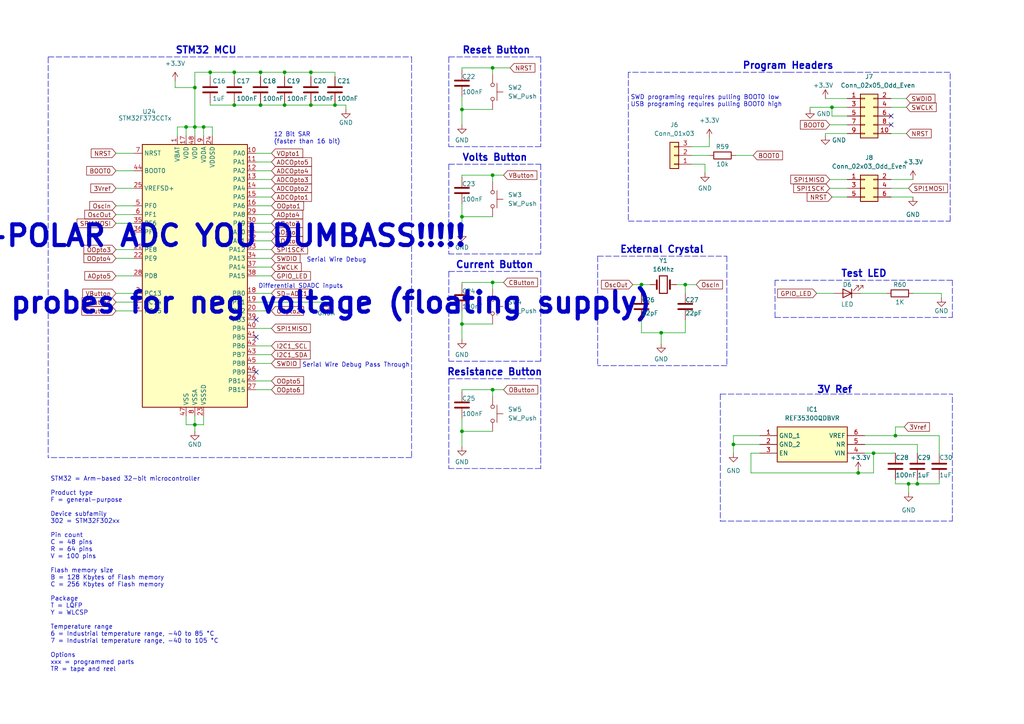
<source format=kicad_sch>
(kicad_sch (version 20230121) (generator eeschema)
  (paper "A4")
  (junction (at 241.3 31.115))
  (junction (at 212.725 128.905))
  (junction (at 90.17 20.955))
  (junction (at 142.875 50.8))
  (junction (at 253.365 131.445))
  (junction (at 90.17 30.48))
  (junction (at 56.515 123.19))
  (junction (at 142.875 19.685))
  (junction (at 75.565 30.48))
  (junction (at 198.755 82.55))
  (junction (at 75.565 20.955))
  (junction (at 133.985 93.98))
  (junction (at 59.055 36.83))
  (junction (at 142.875 113.03))
  (junction (at 259.715 126.365))
  (junction (at 53.975 36.83))
  (junction (at 67.945 20.955))
  (junction (at 60.96 20.955))
  (junction (at 82.55 20.955))
  (junction (at 133.985 62.865))
  (junction (at 67.945 30.48))
  (junction (at 133.985 125.095))
  (junction (at 142.875 81.915))
  (junction (at 266.065 140.335))
  (junction (at 263.525 140.335))
  (junction (at 191.77 96.52))
  (junction (at 186.055 82.55))
  (junction (at 97.155 30.48))
  (junction (at 248.92 137.16))
  (junction (at 133.985 31.75))
  (junction (at 56.515 25.4))
  (junction (at 56.515 36.83))
  (junction (at 82.55 30.48))
  (no_connect (at 74.295 92.71))
  (no_connect (at 258.445 33.655))
  (no_connect (at 74.295 97.79))
  (no_connect (at 74.295 107.95))
  (no_connect (at 38.735 67.31))
  (no_connect (at 258.445 36.195))
  (wire (pts (xy 133.985 93.98) (xy 133.985 98.425)))
  (wire (pts (xy 266.065 139.065) (xy 266.065 140.335)))
  (wire (pts (xy 33.655 85.09) (xy 38.735 85.09)))
  (wire (pts (xy 262.89 38.735) (xy 258.445 38.735)))
  (wire (pts (xy 142.875 19.685) (xy 142.875 21.59)))
  (polyline (pts (xy 208.915 114.3) (xy 276.225 114.3)) (stroke (width 0) (type dash)))
  (wire (pts (xy 133.985 113.03) (xy 142.875 113.03)))
  (wire (pts (xy 33.655 62.23) (xy 38.735 62.23)))
  (wire (pts (xy 142.875 81.915) (xy 146.05 81.915)))
  (polyline (pts (xy 224.79 92.075) (xy 276.225 92.075)) (stroke (width 0) (type dash)))
  (wire (pts (xy 241.3 33.655) (xy 241.3 31.115)))
  (wire (pts (xy 264.795 85.09) (xy 273.05 85.09)))
  (polyline (pts (xy 208.915 114.3) (xy 208.915 151.13)) (stroke (width 0) (type dash)))
  (wire (pts (xy 74.295 100.33) (xy 78.74 100.33)))
  (wire (pts (xy 74.295 74.93) (xy 78.74 74.93)))
  (polyline (pts (xy 182.245 20.955) (xy 182.245 64.135)) (stroke (width 0) (type dash)))
  (wire (pts (xy 50.8 25.4) (xy 56.515 25.4)))
  (wire (pts (xy 266.065 131.445) (xy 266.065 128.905)))
  (wire (pts (xy 74.295 64.77) (xy 78.74 64.77)))
  (polyline (pts (xy 130.175 16.51) (xy 156.845 16.51)) (stroke (width 0) (type dash)))
  (wire (pts (xy 67.945 30.48) (xy 75.565 30.48)))
  (wire (pts (xy 217.805 137.16) (xy 248.92 137.16)))
  (wire (pts (xy 212.725 126.365) (xy 220.345 126.365)))
  (polyline (pts (xy 119.38 16.51) (xy 119.38 132.715)) (stroke (width 0) (type dash)))
  (wire (pts (xy 272.415 131.445) (xy 272.415 126.365)))
  (wire (pts (xy 217.805 131.445) (xy 217.805 137.16)))
  (wire (pts (xy 133.985 31.75) (xy 133.985 36.195)))
  (wire (pts (xy 133.985 50.8) (xy 133.985 51.435)))
  (wire (pts (xy 133.985 121.285) (xy 133.985 125.095)))
  (wire (pts (xy 56.515 25.4) (xy 56.515 36.83)))
  (wire (pts (xy 186.055 96.52) (xy 191.77 96.52)))
  (wire (pts (xy 248.92 136.525) (xy 248.92 137.16)))
  (wire (pts (xy 266.065 140.335) (xy 263.525 140.335)))
  (wire (pts (xy 258.445 57.15) (xy 264.795 57.15)))
  (wire (pts (xy 38.735 59.69) (xy 33.655 59.69)))
  (wire (pts (xy 74.295 85.09) (xy 78.74 85.09)))
  (wire (pts (xy 74.295 113.03) (xy 78.74 113.03)))
  (wire (pts (xy 75.565 20.955) (xy 75.565 22.225)))
  (wire (pts (xy 262.255 123.825) (xy 259.715 123.825)))
  (wire (pts (xy 97.155 30.48) (xy 100.33 30.48)))
  (wire (pts (xy 259.715 139.065) (xy 259.715 140.335)))
  (wire (pts (xy 240.665 52.07) (xy 245.745 52.07)))
  (wire (pts (xy 234.95 31.115) (xy 234.95 31.75)))
  (wire (pts (xy 59.055 39.37) (xy 59.055 36.83)))
  (wire (pts (xy 245.745 36.195) (xy 240.665 36.195)))
  (wire (pts (xy 142.875 50.8) (xy 142.875 52.705)))
  (wire (pts (xy 38.735 44.45) (xy 33.655 44.45)))
  (polyline (pts (xy 246.38 20.955) (xy 228.6 20.955)) (stroke (width 0) (type dash)))
  (polyline (pts (xy 275.59 64.135) (xy 275.59 20.955)) (stroke (width 0) (type dash)))
  (wire (pts (xy 82.55 20.955) (xy 82.55 22.225)))
  (wire (pts (xy 51.435 39.37) (xy 51.435 36.83)))
  (wire (pts (xy 133.985 81.915) (xy 133.985 82.55)))
  (wire (pts (xy 33.655 54.61) (xy 38.735 54.61)))
  (polyline (pts (xy 228.6 20.955) (xy 182.245 20.955)) (stroke (width 0) (type dash)))
  (wire (pts (xy 234.95 31.115) (xy 241.3 31.115)))
  (wire (pts (xy 212.725 128.905) (xy 220.345 128.905)))
  (wire (pts (xy 90.17 30.48) (xy 97.155 30.48)))
  (wire (pts (xy 133.985 27.94) (xy 133.985 31.75)))
  (wire (pts (xy 239.395 38.735) (xy 245.745 38.735)))
  (wire (pts (xy 53.975 120.65) (xy 53.975 123.19)))
  (polyline (pts (xy 208.915 151.13) (xy 276.225 151.13)) (stroke (width 0) (type dash)))
  (wire (pts (xy 133.985 125.095) (xy 142.875 125.095)))
  (wire (pts (xy 205.74 40.005) (xy 205.74 42.545)))
  (wire (pts (xy 82.55 30.48) (xy 90.17 30.48)))
  (polyline (pts (xy 13.97 68.58) (xy 13.97 16.51)) (stroke (width 0) (type dash)))
  (wire (pts (xy 90.17 29.845) (xy 90.17 30.48)))
  (wire (pts (xy 240.665 54.61) (xy 245.745 54.61)))
  (wire (pts (xy 133.985 113.03) (xy 133.985 113.665)))
  (wire (pts (xy 53.975 123.19) (xy 56.515 123.19)))
  (polyline (pts (xy 156.845 78.74) (xy 156.845 104.775)) (stroke (width 0) (type dash)))
  (wire (pts (xy 75.565 20.955) (xy 82.55 20.955)))
  (wire (pts (xy 90.17 20.955) (xy 90.17 22.225)))
  (polyline (pts (xy 173.355 74.295) (xy 210.82 74.295)) (stroke (width 0) (type dash)))
  (wire (pts (xy 186.055 82.55) (xy 188.595 82.55)))
  (wire (pts (xy 248.92 137.16) (xy 253.365 137.16)))
  (wire (pts (xy 133.985 50.8) (xy 142.875 50.8)))
  (wire (pts (xy 191.77 96.52) (xy 191.77 99.695)))
  (wire (pts (xy 258.445 31.115) (xy 262.89 31.115)))
  (wire (pts (xy 236.855 85.09) (xy 241.935 85.09)))
  (wire (pts (xy 198.755 82.55) (xy 201.93 82.55)))
  (wire (pts (xy 74.295 52.07) (xy 78.74 52.07)))
  (wire (pts (xy 59.055 120.65) (xy 59.055 123.19)))
  (wire (pts (xy 38.735 49.53) (xy 33.655 49.53)))
  (wire (pts (xy 250.825 131.445) (xy 253.365 131.445)))
  (polyline (pts (xy 156.845 135.89) (xy 130.175 135.89)) (stroke (width 0) (type dash)))
  (polyline (pts (xy 130.175 78.74) (xy 156.845 78.74)) (stroke (width 0) (type dash)))
  (wire (pts (xy 60.96 29.845) (xy 60.96 30.48)))
  (wire (pts (xy 263.525 140.335) (xy 259.715 140.335)))
  (wire (pts (xy 75.565 29.845) (xy 75.565 30.48)))
  (wire (pts (xy 97.155 29.845) (xy 97.155 30.48)))
  (wire (pts (xy 191.77 96.52) (xy 198.755 96.52)))
  (wire (pts (xy 67.945 20.955) (xy 75.565 20.955)))
  (wire (pts (xy 56.515 120.65) (xy 56.515 123.19)))
  (wire (pts (xy 82.55 20.955) (xy 90.17 20.955)))
  (wire (pts (xy 272.415 140.335) (xy 266.065 140.335)))
  (wire (pts (xy 74.295 62.23) (xy 78.74 62.23)))
  (wire (pts (xy 33.655 87.63) (xy 38.735 87.63)))
  (wire (pts (xy 53.975 36.83) (xy 53.975 39.37)))
  (wire (pts (xy 74.295 110.49) (xy 78.74 110.49)))
  (wire (pts (xy 272.415 139.065) (xy 272.415 140.335)))
  (wire (pts (xy 67.945 29.845) (xy 67.945 30.48)))
  (wire (pts (xy 74.295 105.41) (xy 78.74 105.41)))
  (wire (pts (xy 205.74 42.545) (xy 200.66 42.545)))
  (wire (pts (xy 60.96 22.225) (xy 60.96 20.955)))
  (wire (pts (xy 263.525 140.335) (xy 263.525 142.875)))
  (wire (pts (xy 241.3 57.15) (xy 245.745 57.15)))
  (polyline (pts (xy 228.6 64.135) (xy 275.59 64.135)) (stroke (width 0) (type dash)))
  (polyline (pts (xy 276.225 151.13) (xy 276.225 114.3)) (stroke (width 0) (type dash)))
  (wire (pts (xy 133.985 62.865) (xy 133.985 67.31)))
  (wire (pts (xy 200.66 45.085) (xy 205.74 45.085)))
  (wire (pts (xy 74.295 90.17) (xy 78.74 90.17)))
  (wire (pts (xy 259.715 123.825) (xy 259.715 126.365)))
  (wire (pts (xy 198.755 82.55) (xy 198.755 85.09)))
  (wire (pts (xy 74.295 95.25) (xy 78.74 95.25)))
  (polyline (pts (xy 156.845 73.66) (xy 130.175 73.66)) (stroke (width 0) (type dash)))
  (wire (pts (xy 33.655 72.39) (xy 38.735 72.39)))
  (wire (pts (xy 59.055 36.83) (xy 61.595 36.83)))
  (wire (pts (xy 74.295 69.85) (xy 78.74 69.85)))
  (wire (pts (xy 60.96 20.955) (xy 67.945 20.955)))
  (wire (pts (xy 133.985 59.055) (xy 133.985 62.865)))
  (polyline (pts (xy 156.845 47.625) (xy 156.845 73.66)) (stroke (width 0) (type dash)))
  (wire (pts (xy 204.47 50.165) (xy 204.47 47.625)))
  (polyline (pts (xy 130.175 47.625) (xy 156.845 47.625)) (stroke (width 0) (type dash)))
  (polyline (pts (xy 182.245 64.135) (xy 228.6 64.135)) (stroke (width 0) (type dash)))
  (wire (pts (xy 258.445 52.07) (xy 264.795 52.07)))
  (wire (pts (xy 33.655 90.17) (xy 38.735 90.17)))
  (polyline (pts (xy 156.845 104.775) (xy 130.175 104.775)) (stroke (width 0) (type dash)))
  (polyline (pts (xy 156.845 109.855) (xy 156.845 135.89)) (stroke (width 0) (type dash)))
  (wire (pts (xy 74.295 87.63) (xy 94.615 87.63)))
  (wire (pts (xy 59.055 123.19) (xy 56.515 123.19)))
  (wire (pts (xy 133.985 62.865) (xy 142.875 62.865)))
  (wire (pts (xy 74.295 102.87) (xy 78.74 102.87)))
  (wire (pts (xy 60.96 30.48) (xy 67.945 30.48)))
  (wire (pts (xy 204.47 47.625) (xy 200.66 47.625)))
  (wire (pts (xy 220.345 131.445) (xy 217.805 131.445)))
  (wire (pts (xy 67.945 20.955) (xy 67.945 22.225)))
  (wire (pts (xy 266.065 128.905) (xy 250.825 128.905)))
  (wire (pts (xy 196.215 82.55) (xy 198.755 82.55)))
  (wire (pts (xy 56.515 39.37) (xy 56.515 36.83)))
  (polyline (pts (xy 276.225 81.28) (xy 224.79 81.28)) (stroke (width 0) (type dash)))
  (wire (pts (xy 259.715 126.365) (xy 272.415 126.365)))
  (wire (pts (xy 74.295 46.99) (xy 78.74 46.99)))
  (wire (pts (xy 90.17 20.955) (xy 97.155 20.955)))
  (wire (pts (xy 253.365 131.445) (xy 253.365 137.16)))
  (wire (pts (xy 183.515 82.55) (xy 186.055 82.55)))
  (wire (pts (xy 74.295 67.31) (xy 78.74 67.31)))
  (wire (pts (xy 142.875 113.03) (xy 142.875 114.935)))
  (wire (pts (xy 198.755 96.52) (xy 198.755 92.71)))
  (polyline (pts (xy 13.97 16.51) (xy 119.38 16.51)) (stroke (width 0) (type dash)))
  (wire (pts (xy 56.515 20.955) (xy 56.515 25.4)))
  (wire (pts (xy 142.875 81.915) (xy 142.875 83.82)))
  (wire (pts (xy 133.985 93.98) (xy 142.875 93.98)))
  (wire (pts (xy 33.655 74.93) (xy 38.735 74.93)))
  (polyline (pts (xy 156.845 16.51) (xy 156.845 42.545)) (stroke (width 0) (type dash)))
  (wire (pts (xy 133.985 81.915) (xy 142.875 81.915)))
  (wire (pts (xy 239.395 38.735) (xy 239.395 39.37)))
  (wire (pts (xy 250.825 126.365) (xy 259.715 126.365)))
  (polyline (pts (xy 276.225 92.075) (xy 276.225 81.28)) (stroke (width 0) (type dash)))
  (wire (pts (xy 133.985 19.685) (xy 133.985 20.32)))
  (polyline (pts (xy 156.845 42.545) (xy 130.175 42.545)) (stroke (width 0) (type dash)))
  (wire (pts (xy 74.295 80.01) (xy 78.74 80.01)))
  (polyline (pts (xy 130.175 109.855) (xy 130.175 135.89)) (stroke (width 0) (type dash)))
  (wire (pts (xy 186.055 92.71) (xy 186.055 96.52)))
  (wire (pts (xy 258.445 28.575) (xy 262.89 28.575)))
  (wire (pts (xy 97.155 22.225) (xy 97.155 20.955)))
  (wire (pts (xy 74.295 44.45) (xy 78.74 44.45)))
  (wire (pts (xy 239.395 28.575) (xy 245.745 28.575)))
  (wire (pts (xy 61.595 39.37) (xy 61.595 36.83)))
  (wire (pts (xy 245.745 31.115) (xy 241.3 31.115)))
  (polyline (pts (xy 130.175 47.625) (xy 130.175 73.66)) (stroke (width 0) (type dash)))
  (polyline (pts (xy 210.82 106.045) (xy 173.355 106.045)) (stroke (width 0) (type dash)))
  (wire (pts (xy 212.725 128.905) (xy 212.725 131.445)))
  (wire (pts (xy 33.655 80.01) (xy 38.735 80.01)))
  (wire (pts (xy 133.985 19.685) (xy 142.875 19.685)))
  (wire (pts (xy 74.295 54.61) (xy 78.74 54.61)))
  (wire (pts (xy 212.725 126.365) (xy 212.725 128.905)))
  (wire (pts (xy 74.295 77.47) (xy 78.74 77.47)))
  (wire (pts (xy 133.985 31.75) (xy 142.875 31.75)))
  (polyline (pts (xy 119.38 132.715) (xy 13.97 132.715)) (stroke (width 0) (type dash)))
  (wire (pts (xy 245.745 33.655) (xy 241.3 33.655)))
  (wire (pts (xy 213.36 45.085) (xy 218.44 45.085)))
  (wire (pts (xy 60.96 20.955) (xy 56.515 20.955)))
  (wire (pts (xy 74.295 72.39) (xy 78.74 72.39)))
  (wire (pts (xy 33.655 64.77) (xy 38.735 64.77)))
  (polyline (pts (xy 130.175 109.855) (xy 156.845 109.855)) (stroke (width 0) (type dash)))
  (wire (pts (xy 100.33 30.48) (xy 100.33 31.75)))
  (wire (pts (xy 75.565 30.48) (xy 82.55 30.48)))
  (wire (pts (xy 258.445 54.61) (xy 263.525 54.61)))
  (wire (pts (xy 142.875 50.8) (xy 146.05 50.8)))
  (polyline (pts (xy 130.175 16.51) (xy 130.175 42.545)) (stroke (width 0) (type dash)))
  (wire (pts (xy 56.515 123.19) (xy 56.515 125.095)))
  (polyline (pts (xy 224.79 81.28) (xy 224.79 92.075)) (stroke (width 0) (type dash)))
  (wire (pts (xy 74.295 59.69) (xy 78.74 59.69)))
  (polyline (pts (xy 173.355 74.295) (xy 173.355 106.045)) (stroke (width 0) (type dash)))
  (wire (pts (xy 82.55 29.845) (xy 82.55 30.48)))
  (wire (pts (xy 253.365 131.445) (xy 259.715 131.445)))
  (polyline (pts (xy 210.82 74.295) (xy 210.82 106.045)) (stroke (width 0) (type dash)))
  (polyline (pts (xy 246.38 20.955) (xy 275.59 20.955)) (stroke (width 0) (type dash)))
  (wire (pts (xy 56.515 36.83) (xy 53.975 36.83)))
  (wire (pts (xy 273.05 85.09) (xy 273.05 86.36)))
  (wire (pts (xy 133.985 125.095) (xy 133.985 129.54)))
  (polyline (pts (xy 13.97 67.945) (xy 13.97 132.715)) (stroke (width 0) (type dash)))
  (wire (pts (xy 74.295 57.15) (xy 78.74 57.15)))
  (wire (pts (xy 74.295 49.53) (xy 78.74 49.53)))
  (wire (pts (xy 249.555 85.09) (xy 257.175 85.09)))
  (wire (pts (xy 186.055 85.09) (xy 186.055 82.55)))
  (wire (pts (xy 59.055 36.83) (xy 56.515 36.83)))
  (wire (pts (xy 142.875 113.03) (xy 146.05 113.03)))
  (wire (pts (xy 51.435 36.83) (xy 53.975 36.83)))
  (polyline (pts (xy 130.175 78.74) (xy 130.175 104.775)) (stroke (width 0) (type dash)))
  (wire (pts (xy 142.875 19.685) (xy 147.955 19.685)))
  (wire (pts (xy 133.985 90.17) (xy 133.985 93.98)))
  (wire (pts (xy 50.8 23.495) (xy 50.8 25.4)))
  (text "Todo:\n-power VBAT?\n" (at 85.09 -0.635 0) (effects (font (size 2 2)) (justify left bottom)))
  (text "Program Headers" (at 215.265 20.32 0) (effects (font (size 2 2) (thickness 0.4) bold) (justify left bottom)))
  (text "PCB routing tips:\nroute analog ground to ADC before connection at the power point" (at 299.72 23.495 0) (effects (font (size 3 3)) (justify left bottom)))
  (text "STM32 = Arm-based 32-bit microcontroller\n\nProduct type\nF = general-purpose\n\nDevice subfamily\n302 = STM32F302xx\n\nPin count\nC = 48 pins\nR = 64 pins\nV = 100 pins\n\nFlash memory size\nB = 128 Kbytes of Flash memory\nC = 256 Kbytes of Flash memory\n\nPackage\nT = LQFP\nY = WLCSP\n\nTemperature range\n6 = Industrial temperature range, -40 to 85 °C\n7 = Industrial temperature range, -40 to 105 °C\n\nOptions\nxxx = programmed parts\nTR = tape and reel" (at 14.605 194.945 0) (effects (font (size 1.27 1.27)) (justify left bottom)))
  (text "Serial Wire Debug" (at 88.9 76.2 0) (effects (font (size 1.27 1.27)) (justify left bottom)))
  (text "External Crystal" (at 179.705 73.66 0) (effects (font (size 2 2) (thickness 0.4) bold) (justify left bottom)))
  (text "STM32 MCU" (at 50.8 15.875 0) (effects (font (size 2 2) (thickness 0.4) bold) (justify left bottom)))
  (text "Differential SDADC inputs" (at 74.93 83.82 0) (effects (font (size 1.27 1.27)) (justify left bottom)))
  (text "NOT A BI-POLAR ADC YOU DUMBASS!!!!!\n\n- reverse probes for neg voltage (floating supply)" (at -46.355 91.44 0) (effects (font (size 6 6) (thickness 1.2) bold) (justify left bottom)))
  (text "Reset Button" (at 133.985 15.875 0) (effects (font (size 2 2) (thickness 0.4) bold) (justify left bottom)))
  (text "SWD programing requires pulling BOOT0 low\nUSB programing requires pulling BOOT0 high" (at 182.88 31.115 0) (effects (font (size 1.27 1.27)) (justify left bottom)))
  (text "12 Bit SAR \n(faster than 16 bit)" (at 79.375 41.91 0) (effects (font (size 1.27 1.27)) (justify left bottom)))
  (text "Resistance Button" (at 129.54 109.22 0) (effects (font (size 2 2) (thickness 0.4) bold) (justify left bottom)))
  (text "Current Button" (at 132.08 78.105 0) (effects (font (size 2 2) (thickness 0.4) bold) (justify left bottom)))
  (text "Volts Button" (at 133.985 46.99 0) (effects (font (size 2 2) (thickness 0.4) bold) (justify left bottom)))
  (text "3V Ref" (at 236.855 114.3 0) (effects (font (size 2 2) (thickness 0.4) bold) (justify left bottom)))
  (text "Serial Wire Debug Pass Through" (at 87.63 106.68 0) (effects (font (size 1.27 1.27)) (justify left bottom)))
  (text "Test LED" (at 243.84 80.645 0) (effects (font (size 2 2) (thickness 0.4) bold) (justify left bottom)))
  (global_label "ADCOpto1" (shape input) (at 78.74 57.15 0) (property "Intersheetrefs" "${INTERSHEET_REFS}" (effects hide)))
  (global_label "OscIn" (shape input) (at 201.93 82.55 0) (property "Intersheetrefs" "${INTERSHEET_REFS}" (effects hide)))
  (global_label "OOpto3" (shape input) (at 33.655 72.39 180) (property "Intersheetrefs" "${INTERSHEET_REFS}" (effects hide)))
  (global_label "BOOT0" (shape input) (at 240.665 36.195 180) (property "Intersheetrefs" "${INTERSHEET_REFS}" (effects hide)))
  (global_label "SPI1MOSI" (shape input) (at 263.525 54.61 0) (property "Intersheetrefs" "${INTERSHEET_REFS}" (effects hide)))
  (global_label "SPI1SCK" (shape input) (at 78.74 72.39 0) (property "Intersheetrefs" "${INTERSHEET_REFS}" (effects hide)))
  (global_label "NRST" (shape input) (at 147.955 19.685 0) (property "Intersheetrefs" "${INTERSHEET_REFS}" (effects hide)))
  (global_label "NRST" (shape input) (at 241.3 57.15 180) (property "Intersheetrefs" "${INTERSHEET_REFS}" (effects hide)))
  (global_label "OscOut" (shape input) (at 33.655 62.23 180) (property "Intersheetrefs" "${INTERSHEET_REFS}" (effects hide)))
  (global_label "I2C1_SCL" (shape input) (at 78.74 100.33 0) (property "Intersheetrefs" "${INTERSHEET_REFS}" (effects hide)))
  (global_label "OOpto1" (shape input) (at 78.74 59.69 0) (property "Intersheetrefs" "${INTERSHEET_REFS}" (effects hide)))
  (global_label "SWDIO" (shape input) (at 262.89 28.575 0) (property "Intersheetrefs" "${INTERSHEET_REFS}" (effects hide)))
  (global_label "AOpto4" (shape input) (at 78.74 62.23 0) (property "Intersheetrefs" "${INTERSHEET_REFS}" (effects hide)))
  (global_label "CButton" (shape input) (at 33.655 87.63 180) (property "Intersheetrefs" "${INTERSHEET_REFS}" (effects hide)))
  (global_label "VOpto1" (shape input) (at 78.74 44.45 0) (property "Intersheetrefs" "${INTERSHEET_REFS}" (effects hide)))
  (global_label "OOpto6" (shape input) (at 78.74 113.03 0) (property "Intersheetrefs" "${INTERSHEET_REFS}" (effects hide)))
  (global_label "SWDIO" (shape input) (at 78.74 105.41 0) (property "Intersheetrefs" "${INTERSHEET_REFS}" (effects hide)))
  (global_label "VButton" (shape input) (at 33.655 85.09 180) (property "Intersheetrefs" "${INTERSHEET_REFS}" (effects hide)))
  (global_label "SPI1MISO" (shape input) (at 240.665 52.07 180) (property "Intersheetrefs" "${INTERSHEET_REFS}" (effects hide)))
  (global_label "SPI1MOSI" (shape input) (at 33.655 64.77 180) (property "Intersheetrefs" "${INTERSHEET_REFS}" (effects hide)))
  (global_label "OButton" (shape input) (at 146.05 113.03 0) (property "Intersheetrefs" "${INTERSHEET_REFS}" (effects hide)))
  (global_label "BOOT0" (shape input) (at 218.44 45.085 0) (property "Intersheetrefs" "${INTERSHEET_REFS}" (effects hide)))
  (global_label "3Vref" (shape input) (at 262.255 123.825 0) (property "Intersheetrefs" "${INTERSHEET_REFS}" (effects hide)))
  (global_label "SPI1SCK" (shape input) (at 240.665 54.61 180) (property "Intersheetrefs" "${INTERSHEET_REFS}" (effects hide)))
  (global_label "ADCOpto2" (shape input) (at 78.74 54.61 0) (property "Intersheetrefs" "${INTERSHEET_REFS}" (effects hide)))
  (global_label "NRST" (shape input) (at 262.89 38.735 0) (property "Intersheetrefs" "${INTERSHEET_REFS}" (effects hide)))
  (global_label "OscOut" (shape input) (at 183.515 82.55 180) (property "Intersheetrefs" "${INTERSHEET_REFS}" (effects hide)))
  (global_label "OButton" (shape input) (at 33.655 90.17 180) (property "Intersheetrefs" "${INTERSHEET_REFS}" (effects hide)))
  (global_label "ADCOpto5" (shape input) (at 78.74 46.99 0) (property "Intersheetrefs" "${INTERSHEET_REFS}" (effects hide)))
  (global_label "SWCLK" (shape input) (at 78.74 77.47 0) (property "Intersheetrefs" "${INTERSHEET_REFS}" (effects hide)))
  (global_label "SD-ADC1" (shape input) (at 78.74 85.09 0) (property "Intersheetrefs" "${INTERSHEET_REFS}" (effects hide)))
  (global_label "OOpto4" (shape input) (at 33.655 74.93 180) (property "Intersheetrefs" "${INTERSHEET_REFS}" (effects hide)))
  (global_label "VButton" (shape input) (at 146.05 50.8 0) (property "Intersheetrefs" "${INTERSHEET_REFS}" (effects hide)))
  (global_label "ADCOpto4" (shape input) (at 78.74 49.53 0) (property "Intersheetrefs" "${INTERSHEET_REFS}" (effects hide)))
  (global_label "AOpto1" (shape input) (at 78.74 69.85 0) (property "Intersheetrefs" "${INTERSHEET_REFS}" (effects hide)))
  (global_label "AOpto2" (shape input) (at 78.74 67.31 0) (property "Intersheetrefs" "${INTERSHEET_REFS}" (effects hide)))
  (global_label "SWCLK" (shape input) (at 262.89 31.115 0) (property "Intersheetrefs" "${INTERSHEET_REFS}" (effects hide)))
  (global_label "GPIO_LED" (shape input) (at 236.855 85.09 180) (property "Intersheetrefs" "${INTERSHEET_REFS}" (effects hide)))
  (global_label "ADCOpto3" (shape input) (at 78.74 52.07 0) (property "Intersheetrefs" "${INTERSHEET_REFS}" (effects hide)))
  (global_label "OscIn" (shape input) (at 33.655 59.69 180) (property "Intersheetrefs" "${INTERSHEET_REFS}" (effects hide)))
  (global_label "NRST" (shape input) (at 33.655 44.45 180) (property "Intersheetrefs" "${INTERSHEET_REFS}" (effects hide)))
  (global_label "OOpto5" (shape input) (at 78.74 110.49 0) (property "Intersheetrefs" "${INTERSHEET_REFS}" (effects hide)))
  (global_label "SWDIO" (shape input) (at 78.74 74.93 0) (property "Intersheetrefs" "${INTERSHEET_REFS}" (effects hide)))
  (global_label "CButton" (shape input) (at 146.05 81.915 0) (property "Intersheetrefs" "${INTERSHEET_REFS}" (effects hide)))
  (global_label "GPIO_LED" (shape input) (at 78.74 80.01 0) (property "Intersheetrefs" "${INTERSHEET_REFS}" (effects hide)))
  (global_label "3Vref" (shape input) (at 33.655 54.61 180) (property "Intersheetrefs" "${INTERSHEET_REFS}" (effects hide)))
  (global_label "AOpto5" (shape input) (at 33.655 80.01 180) (property "Intersheetrefs" "${INTERSHEET_REFS}" (effects hide)))
  (global_label "AOpto3" (shape input) (at 78.74 64.77 0) (property "Intersheetrefs" "${INTERSHEET_REFS}" (effects hide)))
  (global_label "BOOT0" (shape input) (at 33.655 49.53 180) (property "Intersheetrefs" "${INTERSHEET_REFS}" (effects hide)))
  (global_label "SPI1MISO" (shape input) (at 78.74 95.25 0) (property "Intersheetrefs" "${INTERSHEET_REFS}" (effects hide)))
  (global_label "OOpto2" (shape input) (at 78.74 90.17 0) (property "Intersheetrefs" "${INTERSHEET_REFS}" (effects hide)))
  (global_label "I2C1_SDA" (shape input) (at 78.74 102.87 0) (property "Intersheetrefs" "${INTERSHEET_REFS}" (effects hide)))
  (symbol (lib_id "power:GND") (at 264.795 57.15 0) (unit 1)
    (property "Reference" "#PWR084" (effects hide))
    (property "Value" "GND" (at 264.795 62.23 0))
    (instances (project "DMM_V2" (path "" (reference "#PWR084") (unit 1))) (project "DMM" (path "" (reference "#PWR013") (unit 1))))
  )
  (symbol (lib_id "power:GNDA") (at 94.615 87.63 0) (unit 1)
    (property "Reference" "#PWR068" (effects hide))
    (property "Value" "GNDA" (at 94.615 90.805 0))
    (instances (project "DMM_V2" (path "" (reference "#PWR068") (unit 1))) (project "DMM" (path "" (reference "#PWR062") (unit 1))))
  )
  (symbol (lib_id "Device:C") (at 133.985 117.475 0) (unit 1)
    (property "Reference" "C25" (at 133.985 115.57 0) (effects (justify left)))
    (property "Value" "100nF" (at 133.985 120.015 0) (effects (justify left)))
    (property "Footprint" "Capacitor_SMD:C_0402_1005Metric_Pad0.74x0.62mm_HandSolder" (effects hide))
    (property "Store" "https://www.lcsc.com/product-detail/Multilayer-Ceramic-Capacitors-MLCC-SMD-SMT_Samwha-span-style-background-color-ff0-Capacitor-span-CS1005X7R104K500NR_C513772.html" (effects hide))
    (property "LCSC Price" "0.18" (effects hide))
    (property "Price Qty" "100" (effects hide))
    (property "PART#" "C513772" (effects hide))
    (property "Price / 1" "0.0018" (effects hide))
    (instances (project "DMM_V2" (path "" (reference "C25") (unit 1))) (project "DMM" (path "" (reference "C35") (unit 1))))
  )
  (symbol (lib_id "Connector_Generic:Conn_02x03_Odd_Even") (at 250.825 54.61 0) (unit 1)
    (property "Reference" "J8" (at 252.095 45.72 0))
    (property "Value" "Conn_02x03_Odd_Even" (at 252.095 48.26 0))
    (property "Footprint" "Connector_PinHeader_2.54mm:PinHeader_2x03_P2.54mm_Vertical" (effects hide))
    (property "LCSC Price" "0" (effects hide))
    (property "Price Qty" "0" (effects hide))
    (instances (project "DMM_V2" (path "" (reference "J8") (unit 1))) (project "DMM" (path "" (reference "J1") (unit 1))))
  )
  (symbol (lib_id "Device:Crystal") (at 192.405 82.55 0) (unit 1)
    (property "Reference" "Y1" (at 192.405 75.565 0))
    (property "Value" "16Mhz" (at 192.405 78.105 0))
    (property "Footprint" "Crystal:Crystal_DS10_D1.0mm_L4.3mm_Vertical" (effects hide))
    (property "Store" "Parts Bin" (effects hide))
    (property "LCSC Price" "0" (effects hide))
    (property "Price Qty" "0" (effects hide))
  )
  (symbol (lib_id "Device:C") (at 272.415 135.255 0) (unit 1)
    (property "Reference" "C30" (at 272.415 132.715 0) (effects (justify left)))
    (property "Value" "1uF" (at 272.415 137.795 0) (effects (justify left)))
    (property "Footprint" "Capacitor_SMD:C_0402_1005Metric_Pad0.74x0.62mm_HandSolder" (effects hide))
    (property "Datasheet" "https://datasheet.lcsc.com/lcsc/2304140030_Samsung-Electro-Mechanics-CL05A105KP5NNNC_C14445.pdf" (effects hide))
    (property "LCSC Price" "0.17" (effects hide))
    (property "Store" "https://www.lcsc.com/product-detail/Multilayer-Ceramic-Capacitors-MLCC-SMD-SMT_Samsung-Electro-Mechanics-CL05A105KP5NNNC_C14445.html" (effects hide))
    (property "Price Qty" "100" (effects hide))
    (property "PART#" "C14445" (effects hide))
    (property "Price / 1" "0.0017" (effects hide))
    (instances (project "DMM_V2" (path "" (reference "C30") (unit 1))) (project "DMM" (path "" (reference "C9") (unit 1))))
  )
  (symbol (lib_id "Switch:SW_Push") (at 142.875 88.9 270) (unit 1)
    (property "Reference" "SW4" (at 147.32 87.63 90) (effects (justify left)))
    (property "Value" "SW_Push" (at 147.32 90.17 90) (effects (justify left)))
    (property "Footprint" "Button_Switch_SMD:SW_SPST_B3S-1000" (effects hide))
    (property "Datasheet" "https://datasheet.lcsc.com/lcsc/2108261830_BZCN-TSC015A03526A_C2888900.pdf" (effects hide))
    (property "Store" "https://www.lcsc.com/product-detail/span-style-background-color-ff0-Tactile-span-Switches_BZCN-TSC015A03526A_C2888900.html" (effects hide))
    (property "LCSC Price" "0.4" (effects hide))
    (property "Price Qty" "50" (effects hide))
    (property "PART#" "C2888900" (effects hide))
    (property "Price / 1" "0.0079" (effects hide))
    (instances (project "DMM_V2" (path "" (reference "SW4") (unit 1))) (project "DMM" (path "" (reference "SW3") (unit 1))))
  )
  (symbol (lib_id "Device:C") (at 133.985 86.36 0) (unit 1)
    (property "Reference" "C24" (at 133.985 84.455 0) (effects (justify left)))
    (property "Value" "100nF" (at 133.985 88.9 0) (effects (justify left)))
    (property "Footprint" "Capacitor_SMD:C_0402_1005Metric_Pad0.74x0.62mm_HandSolder" (effects hide))
    (property "Store" "https://www.lcsc.com/product-detail/Multilayer-Ceramic-Capacitors-MLCC-SMD-SMT_Samwha-span-style-background-color-ff0-Capacitor-span-CS1005X7R104K500NR_C513772.html" (effects hide))
    (property "LCSC Price" "0.18" (effects hide))
    (property "Price Qty" "100" (effects hide))
    (property "PART#" "C513772" (effects hide))
    (property "Price / 1" "0.0018" (effects hide))
    (instances (project "DMM_V2" (path "" (reference "C24") (unit 1))) (project "DMM" (path "" (reference "C30") (unit 1))))
  )
  (symbol (lib_id "power:GND") (at 133.985 98.425 0) (unit 1)
    (property "Reference" "#PWR072" (effects hide))
    (property "Value" "GND" (at 133.985 102.87 0))
    (instances (project "DMM_V2" (path "" (reference "#PWR072") (unit 1))) (project "DMM" (path "" (reference "#PWR026") (unit 1))))
  )
  (symbol (lib_id "Device:C") (at 198.755 88.9 0) (unit 1)
    (property "Reference" "C27" (at 198.755 86.995 0) (effects (justify left)))
    (property "Value" "22pF" (at 198.755 90.805 0) (effects (justify left)))
    (property "Footprint" "Capacitor_SMD:C_0402_1005Metric_Pad0.74x0.62mm_HandSolder" (effects hide))
    (property "Store" "Parts Bin" (effects hide))
    (property "LCSC Price" "0" (effects hide))
    (property "Price Qty" "0" (effects hide))
    (instances (project "DMM_V2" (path "" (reference "C27") (unit 1))) (project "DMM" (path "" (reference "C3") (unit 1))))
  )
  (symbol (lib_id "power:+3.3V") (at 239.395 28.575 0) (unit 1)
    (property "Reference" "#PWR079" (effects hide))
    (property "Value" "+3.3V" (at 238.76 24.765 0))
    (instances (project "DMM_V2" (path "" (reference "#PWR079") (unit 1))) (project "DMM" (path "" (reference "#PWR027") (unit 1))))
  )
  (symbol (lib_id "power:GND") (at 56.515 125.095 0) (unit 1)
    (property "Reference" "#PWR067" (effects hide))
    (property "Value" "GND" (at 56.515 128.905 0))
    (instances (project "DMM_V2" (path "" (reference "#PWR067") (unit 1))) (project "DMM" (path "" (reference "#PWR018") (unit 1))))
  )
  (symbol (lib_id "Device:C") (at 75.565 26.035 0) (unit 1)
    (property "Reference" "C18" (at 76.2 23.495 0) (effects (justify left)))
    (property "Value" "100nF" (at 76.2 28.575 0) (effects (justify left)))
    (property "Footprint" "Capacitor_SMD:C_0402_1005Metric_Pad0.74x0.62mm_HandSolder" (effects hide))
    (property "LCSC Price" "0.18" (effects hide))
    (property "Store" "https://www.lcsc.com/product-detail/Multilayer-Ceramic-Capacitors-MLCC-SMD-SMT_Samwha-span-style-background-color-ff0-Capacitor-span-CS1005X7R104K500NR_C513772.html" (effects hide))
    (property "Price Qty" "100" (effects hide))
    (property "PART#" "C513772" (effects hide))
    (property "Price / 1" "0.0018" (effects hide))
    (instances (project "DMM_V2" (path "" (reference "C18") (unit 1))) (project "DMM" (path "" (reference "C29") (unit 1))))
  )
  (symbol (lib_id "power:GND") (at 100.33 31.75 0) (unit 1)
    (property "Reference" "#PWR069" (effects hide))
    (property "Value" "GND" (at 100.33 35.56 0))
    (instances (project "DMM_V2" (path "" (reference "#PWR069") (unit 1))) (project "DMM" (path "" (reference "#PWR01") (unit 1))))
  )
  (symbol (lib_id "Device:C") (at 90.17 26.035 0) (unit 1)
    (property "Reference" "C20" (at 90.805 23.495 0) (effects (justify left)))
    (property "Value" "100nF" (at 90.805 28.575 0) (effects (justify left)))
    (property "Footprint" "Capacitor_SMD:C_0402_1005Metric_Pad0.74x0.62mm_HandSolder" (effects hide))
    (property "LCSC Price" "0.18" (effects hide))
    (property "Store" "https://www.lcsc.com/product-detail/Multilayer-Ceramic-Capacitors-MLCC-SMD-SMT_Samwha-span-style-background-color-ff0-Capacitor-span-CS1005X7R104K500NR_C513772.html" (effects hide))
    (property "Price Qty" "100" (effects hide))
    (property "PART#" "C513772" (effects hide))
    (property "Price / 1" "0.0018" (effects hide))
    (instances (project "DMM_V2" (path "" (reference "C20") (unit 1))) (project "DMM" (path "" (reference "C32") (unit 1))))
  )
  (symbol (lib_id "MCU_ST_STM32F3:STM32F373CCTx") (at 56.515 80.01 0) (unit 1)
    (property "Reference" "U24" (at 41.275 32.385 0) (effects (justify left)))
    (property "Value" "STM32F373CCTx" (at 34.29 34.29 0) (effects (justify left)))
    (property "Footprint" "Package_QFP:LQFP-48_7x7mm_P0.5mm" (effects hide))
    (property "Datasheet" "https://www.st.com/resource/en/datasheet/stm32f373cc.pdf" (effects hide))
    (property "LCSC Price" "20.27" (effects hide))
    (property "Price Qty" "4" (effects hide))
    (property "Store" "https://www.lcsc.com/product-detail/Microcontroller-Units-MCUs-MPUs-SOCs_STMicroelectronics-STM32F373CCT6_C89403.html" (effects hide))
    (property "PART#" "C89403" (effects hide))
    (property "Price / 1" "5.067" (effects hide))
    (instances (project "DMM_V2" (path "" (reference "U24") (unit 1))) (project "DMM" (path "" (reference "U7") (unit 1))))
  )
  (symbol (lib_id "power:GND") (at 204.47 50.165 0) (unit 1)
    (property "Reference" "#PWR075" (effects hide))
    (property "Value" "GND" (at 204.47 54.61 0))
    (instances (project "DMM_V2" (path "" (reference "#PWR075") (unit 1))) (project "DMM" (path "" (reference "#PWR06") (unit 1))))
  )
  (symbol (lib_id "Device:C") (at 133.985 24.13 0) (unit 1)
    (property "Reference" "C22" (at 133.985 22.225 0) (effects (justify left)))
    (property "Value" "100nF" (at 133.985 26.67 0) (effects (justify left)))
    (property "Footprint" "Capacitor_SMD:C_0402_1005Metric_Pad0.74x0.62mm_HandSolder" (effects hide))
    (property "Store" "https://www.lcsc.com/product-detail/Multilayer-Ceramic-Capacitors-MLCC-SMD-SMT_Samwha-span-style-background-color-ff0-Capacitor-span-CS1005X7R104K500NR_C513772.html" (effects hide))
    (property "LCSC Price" "0.18" (effects hide))
    (property "Price Qty" "100" (effects hide))
    (property "PART#" "C513772" (effects hide))
    (property "Price / 1" "0.0018" (effects hide))
    (instances (project "DMM_V2" (path "" (reference "C22") (unit 1))) (project "DMM" (path "" (reference "C1") (unit 1))))
  )
  (symbol (lib_id "Device:C") (at 97.155 26.035 0) (unit 1)
    (property "Reference" "C21" (at 97.79 23.495 0) (effects (justify left)))
    (property "Value" "100nF" (at 97.79 28.575 0) (effects (justify left)))
    (property "Footprint" "Capacitor_SMD:C_0402_1005Metric_Pad0.74x0.62mm_HandSolder" (effects hide))
    (property "LCSC Price" "0.18" (effects hide))
    (property "Store" "https://www.lcsc.com/product-detail/Multilayer-Ceramic-Capacitors-MLCC-SMD-SMT_Samwha-span-style-background-color-ff0-Capacitor-span-CS1005X7R104K500NR_C513772.html" (effects hide))
    (property "Price Qty" "100" (effects hide))
    (property "PART#" "C513772" (effects hide))
    (property "Price / 1" "0.0018" (effects hide))
    (instances (project "DMM_V2" (path "" (reference "C21") (unit 1))) (project "DMM" (path "" (reference "C33") (unit 1))))
  )
  (symbol (lib_id "power:GND") (at 234.95 31.75 0) (unit 1)
    (property "Reference" "#PWR078" (effects hide))
    (property "Value" "GND" (at 236.855 33.02 0) (effects (justify left)))
    (instances (project "DMM_V2" (path "" (reference "#PWR078") (unit 1))) (project "DMM" (path "" (reference "#PWR014") (unit 1))))
  )
  (symbol (lib_id "Device:R") (at 209.55 45.085 90) (unit 1)
    (property "Reference" "R59" (at 209.55 42.545 90))
    (property "Value" "10k" (at 209.55 47.625 90))
    (property "Footprint" "Resistor_SMD:R_0603_1608Metric_Pad0.98x0.95mm_HandSolder" (effects hide))
    (property "Datasheet" "https://datasheet.lcsc.com/lcsc/2304140030_RALEC-RTT031002FTP_C103199.pdf" (effects hide))
    (property "Store" "https://www.lcsc.com/product-detail/Chip-Resistor-Surface-Mount_RALEC-RTT031002FTP_C103199.html" (effects hide))
    (property "LCSC Price" "copy" (effects hide))
    (property "Price Qty" "copy" (effects hide))
    (property "PART#" "C103199" (effects hide))
    (property "Price / 1" "0.001" (effects hide))
    (instances (project "DMM_V2" (path "" (reference "R59") (unit 1))) (project "DMM" (path "" (reference "R26") (unit 1))))
  )
  (symbol (lib_id "Device:LED") (at 245.745 85.09 180) (unit 1)
    (property "Reference" "D6" (at 245.745 82.55 0))
    (property "Value" "LED" (at 245.745 88.265 0))
    (property "Footprint" "LED_SMD:LED_0603_1608Metric_Pad1.05x0.95mm_HandSolder" (effects hide))
    (property "LCSC Price" "0" (effects hide))
    (property "Price Qty" "0" (effects hide))
    (property "Store" "Parts Bin" (effects hide))
    (instances (project "DMM_V2" (path "" (reference "D6") (unit 1))) (project "DMM" (path "" (reference "D3") (unit 1))))
  )
  (symbol (lib_id "Switch:SW_Push") (at 142.875 120.015 270) (unit 1)
    (property "Reference" "SW5" (at 147.32 118.745 90) (effects (justify left)))
    (property "Value" "SW_Push" (at 147.32 121.285 90) (effects (justify left)))
    (property "Footprint" "Button_Switch_SMD:SW_SPST_B3S-1000" (effects hide))
    (property "Datasheet" "https://datasheet.lcsc.com/lcsc/2108261830_BZCN-TSC015A03526A_C2888900.pdf" (effects hide))
    (property "Store" "https://www.lcsc.com/product-detail/span-style-background-color-ff0-Tactile-span-Switches_BZCN-TSC015A03526A_C2888900.html" (effects hide))
    (property "LCSC Price" "0.4" (effects hide))
    (property "Price Qty" "50" (effects hide))
    (property "PART#" "C2888900" (effects hide))
    (property "Price / 1" "0.0079" (effects hide))
    (instances (project "DMM_V2" (path "" (reference "SW5") (unit 1))) (project "DMM" (path "" (reference "SW4") (unit 1))))
  )
  (symbol (lib_id "power:+3.3V") (at 248.92 136.525 0) (unit 1)
    (property "Reference" "#PWR081" (effects hide))
    (property "Value" "+3.3V" (at 249.555 132.715 0))
    (instances (project "DMM_V2" (path "" (reference "#PWR081") (unit 1))) (project "DMM" (path "" (reference "#PWR025") (unit 1))))
  )
  (symbol (lib_id "Device:C") (at 266.065 135.255 0) (unit 1)
    (property "Reference" "C29" (at 266.065 132.715 0) (effects (justify left)))
    (property "Value" "1uF" (at 266.065 137.795 0) (effects (justify left)))
    (property "Footprint" "Capacitor_SMD:C_0402_1005Metric_Pad0.74x0.62mm_HandSolder" (effects hide))
    (property "Datasheet" "https://datasheet.lcsc.com/lcsc/2304140030_Samsung-Electro-Mechanics-CL05A105KP5NNNC_C14445.pdf" (effects hide))
    (property "LCSC Price" "0.17" (effects hide))
    (property "Store" "https://www.lcsc.com/product-detail/Multilayer-Ceramic-Capacitors-MLCC-SMD-SMT_Samsung-Electro-Mechanics-CL05A105KP5NNNC_C14445.html" (effects hide))
    (property "Price Qty" "100" (effects hide))
    (property "PART#" "C14445" (effects hide))
    (property "Price / 1" "0.0017" (effects hide))
    (instances (project "DMM_V2" (path "" (reference "C29") (unit 1))) (project "DMM" (path "" (reference "C10") (unit 1))))
  )
  (symbol (lib_id "power:GND") (at 239.395 39.37 0) (unit 1)
    (property "Reference" "#PWR080" (effects hide))
    (property "Value" "GND" (at 241.3 40.64 0) (effects (justify left)))
    (instances (project "DMM_V2" (path "" (reference "#PWR080") (unit 1))) (project "DMM" (path "" (reference "#PWR028") (unit 1))))
  )
  (symbol (lib_id "power:GND") (at 212.725 131.445 0) (unit 1)
    (property "Reference" "#PWR077" (effects hide))
    (property "Value" "GND" (at 212.725 136.525 0))
    (instances (project "DMM_V2" (path "" (reference "#PWR077") (unit 1))) (project "DMM" (path "" (reference "#PWR054") (unit 1))))
  )
  (symbol (lib_id "Device:C") (at 133.985 55.245 0) (unit 1)
    (property "Reference" "C23" (at 133.985 53.34 0) (effects (justify left)))
    (property "Value" "100nF" (at 133.985 57.785 0) (effects (justify left)))
    (property "Footprint" "Capacitor_SMD:C_0402_1005Metric_Pad0.74x0.62mm_HandSolder" (effects hide))
    (property "Store" "https://www.lcsc.com/product-detail/Multilayer-Ceramic-Capacitors-MLCC-SMD-SMT_Samwha-span-style-background-color-ff0-Capacitor-span-CS1005X7R104K500NR_C513772.html" (effects hide))
    (property "LCSC Price" "0.18" (effects hide))
    (property "Price Qty" "100" (effects hide))
    (property "PART#" "C513772" (effects hide))
    (property "Price / 1" "0.0018" (effects hide))
    (instances (project "DMM_V2" (path "" (reference "C23") (unit 1))) (project "DMM" (path "" (reference "C27") (unit 1))))
  )
  (symbol (lib_id "Device:C") (at 186.055 88.9 0) (unit 1)
    (property "Reference" "C26" (at 186.055 86.995 0) (effects (justify left)))
    (property "Value" "22pF" (at 186.055 90.805 0) (effects (justify left)))
    (property "Footprint" "Capacitor_SMD:C_0402_1005Metric_Pad0.74x0.62mm_HandSolder" (effects hide))
    (property "Store" "Parts Bin" (effects hide))
    (property "LCSC Price" "0" (effects hide))
    (property "Price Qty" "0" (effects hide))
    (instances (project "DMM_V2" (path "" (reference "C26") (unit 1))) (project "DMM" (path "" (reference "C2") (unit 1))))
  )
  (symbol (lib_id "power:GND") (at 191.77 99.695 0) (unit 1)
    (property "Reference" "#PWR074" (effects hide))
    (property "Value" "GND" (at 191.77 104.14 0))
    (instances (project "DMM_V2" (path "" (reference "#PWR074") (unit 1))) (project "DMM" (path "" (reference "#PWR021") (unit 1))))
  )
  (symbol (lib_id "Device:C") (at 67.945 26.035 0) (unit 1)
    (property "Reference" "C17" (at 68.58 23.495 0) (effects (justify left)))
    (property "Value" "100nF" (at 68.58 28.575 0) (effects (justify left)))
    (property "Footprint" "Capacitor_SMD:C_0402_1005Metric_Pad0.74x0.62mm_HandSolder" (effects hide))
    (property "LCSC Price" "0.18" (effects hide))
    (property "Store" "https://www.lcsc.com/product-detail/Multilayer-Ceramic-Capacitors-MLCC-SMD-SMT_Samwha-span-style-background-color-ff0-Capacitor-span-CS1005X7R104K500NR_C513772.html" (effects hide))
    (property "Price Qty" "100" (effects hide))
    (property "PART#" "C513772" (effects hide))
    (property "Price / 1" "0.0018" (effects hide))
    (instances (project "DMM_V2" (path "" (reference "C17") (unit 1))) (project "DMM" (path "" (reference "C34") (unit 1))))
  )
  (symbol (lib_id "power:+3.3V") (at 50.8 23.495 0) (unit 1)
    (property "Reference" "#PWR066" (effects hide))
    (property "Value" "+3.3V" (at 50.8 18.415 0))
    (instances (project "DMM_V2" (path "" (reference "#PWR066") (unit 1))) (project "DMM" (path "" (reference "#PWR020") (unit 1))))
  )
  (symbol (lib_id "Switch:SW_Push") (at 142.875 26.67 270) (unit 1)
    (property "Reference" "SW2" (at 147.32 25.4 90) (effects (justify left)))
    (property "Value" "SW_Push" (at 147.32 27.94 90) (effects (justify left)))
    (property "Footprint" "Button_Switch_SMD:SW_SPST_B3S-1000" (effects hide))
    (property "Datasheet" "https://datasheet.lcsc.com/lcsc/2108261830_BZCN-TSC015A03526A_C2888900.pdf" (effects hide))
    (property "Store" "https://www.lcsc.com/product-detail/span-style-background-color-ff0-Tactile-span-Switches_BZCN-TSC015A03526A_C2888900.html" (effects hide))
    (property "LCSC Price" "0.4" (effects hide))
    (property "Price Qty" "50" (effects hide))
    (property "PART#" "C2888900" (effects hide))
    (property "Price / 1" "0.0079" (effects hide))
    (instances (project "DMM_V2" (path "" (reference "SW2") (unit 1))) (project "DMM" (path "" (reference "SW1") (unit 1))))
  )
  (symbol (lib_id "power:GND") (at 133.985 67.31 0) (unit 1)
    (property "Reference" "#PWR071" (effects hide))
    (property "Value" "GND" (at 133.985 71.755 0))
    (instances (project "DMM_V2" (path "" (reference "#PWR071") (unit 1))) (project "DMM" (path "" (reference "#PWR09") (unit 1))))
  )
  (symbol (lib_id "Device:C") (at 60.96 26.035 0) (unit 1)
    (property "Reference" "C16" (at 61.595 23.495 0) (effects (justify left)))
    (property "Value" "1uF" (at 61.595 28.575 0) (effects (justify left)))
    (property "Footprint" "Capacitor_SMD:C_0402_1005Metric_Pad0.74x0.62mm_HandSolder" (effects hide))
    (property "Datasheet" "https://datasheet.lcsc.com/lcsc/2304140030_Samsung-Electro-Mechanics-CL05A105KP5NNNC_C14445.pdf" (effects hide))
    (property "LCSC Price" "0.17" (effects hide))
    (property "Store" "https://www.lcsc.com/product-detail/Multilayer-Ceramic-Capacitors-MLCC-SMD-SMT_Samsung-Electro-Mechanics-CL05A105KP5NNNC_C14445.html" (effects hide))
    (property "Price Qty" "100" (effects hide))
    (property "PART#" "C14445" (effects hide))
    (property "Price / 1" "0.0017" (effects hide))
    (instances (project "DMM_V2" (path "" (reference "C16") (unit 1))) (project "DMM" (path "" (reference "C26") (unit 1))))
  )
  (symbol (lib_id "Device:C") (at 259.715 135.255 0) (unit 1)
    (property "Reference" "C28" (at 259.715 132.715 0) (effects (justify left)))
    (property "Value" "100nF" (at 259.715 137.795 0) (effects (justify left)))
    (property "Footprint" "Capacitor_SMD:C_0402_1005Metric_Pad0.74x0.62mm_HandSolder" (effects hide))
    (property "LCSC Price" "0.18" (effects hide))
    (property "Store" "https://www.lcsc.com/product-detail/Multilayer-Ceramic-Capacitors-MLCC-SMD-SMT_Samwha-span-style-background-color-ff0-Capacitor-span-CS1005X7R104K500NR_C513772.html" (effects hide))
    (property "Price Qty" "100" (effects hide))
    (property "PART#" "C513772" (effects hide))
    (property "Price / 1" "0.0018" (effects hide))
    (instances (project "DMM_V2" (path "" (reference "C28") (unit 1))) (project "DMM" (path "" (reference "C8") (unit 1))))
  )
  (symbol (lib_id "power:GND") (at 273.05 86.36 0) (unit 1)
    (property "Reference" "#PWR085" (effects hide))
    (property "Value" "GND" (at 273.05 90.17 0))
    (instances (project "DMM_V2" (path "" (reference "#PWR085") (unit 1))) (project "DMM" (path "" (reference "#PWR029") (unit 1))))
  )
  (symbol (lib_id "power:+3.3V") (at 264.795 52.07 0) (unit 1)
    (property "Reference" "#PWR083" (effects hide))
    (property "Value" "+3.3V" (at 264.795 46.99 0))
    (instances (project "DMM_V2" (path "" (reference "#PWR083") (unit 1))) (project "DMM" (path "" (reference "#PWR012") (unit 1))))
  )
  (symbol (lib_id "DMM_Library:REF35300QDBVR") (at 220.345 126.365 0) (unit 1)
    (property "Reference" "IC1" (at 235.585 118.745 0))
    (property "Value" "REF35300QDBVR" (at 235.585 121.285 0))
    (property "Footprint" "Package_TO_SOT_SMD:SOT-23-6" (effects hide))
    (property "Datasheet" "https://datasheet.lcsc.com/lcsc/2309221333_Texas-Instruments-REF35300QDBVR_C6643299.pdf" (effects hide))
    (property "LCSC Price" "3.09" (effects hide))
    (property "Price Qty" "4" (effects hide))
    (property "Store" "https://www.lcsc.com/product-detail/Voltage-References_Texas-Instruments-REF35300QDBVR_C6643299.html" (effects hide))
    (property "PART#" "C6643299" (effects hide))
    (property "Price / 1" "3.0896" (effects hide))
  )
  (symbol (lib_id "Connector_Generic:Conn_02x05_Odd_Even") (at 250.825 33.655 0) (unit 1)
    (property "Reference" "J7" (at 252.095 22.225 0))
    (property "Value" "Conn_02x05_Odd_Even" (at 254.635 24.765 0))
    (property "Footprint" "Connector_PinHeader_2.54mm:PinHeader_2x05_P2.54mm_Vertical" (effects hide))
    (property "LCSC Price" "0" (effects hide))
    (property "Price Qty" "0" (effects hide))
    (property "Store" "Parts Bin" (effects hide))
    (instances (project "DMM_V2" (path "" (reference "J7") (unit 1))) (project "DMM" (path "" (reference "J4") (unit 1))))
  )
  (symbol (lib_id "Device:R") (at 260.985 85.09 90) (unit 1)
    (property "Reference" "R60" (at 260.985 82.55 90))
    (property "Value" "1K" (at 260.985 87.63 90))
    (property "Footprint" "Resistor_SMD:R_0603_1608Metric_Pad0.98x0.95mm_HandSolder" (effects hide))
    (property "Datasheet" "https://datasheet.lcsc.com/lcsc/2208230930_RALEC-RTX031001DETP_C5141145.pdf" (effects hide))
    (property "Store" "https://www.lcsc.com/product-detail/Chip-span-style-background-color-ff0-Resistor-span-Surface-Mount_RALEC-RTX031001DETP_C5141145.html" (effects hide))
    (property "LCSC Price" "0.25" (effects hide))
    (property "Price Qty" "50" (effects hide))
    (property "PART#" "C5141145" (effects hide))
    (property "Price / 1" "0.0049" (effects hide))
    (instances (project "DMM_V2" (path "" (reference "R60") (unit 1))) (project "DMM" (path "" (reference "R30") (unit 1))))
  )
  (symbol (lib_id "power:+3.3V") (at 205.74 40.005 0) (unit 1)
    (property "Reference" "#PWR076" (effects hide))
    (property "Value" "+3.3V" (at 205.74 34.925 0))
    (instances (project "DMM_V2" (path "" (reference "#PWR076") (unit 1))) (project "DMM" (path "" (reference "#PWR047") (unit 1))))
  )
  (symbol (lib_id "Device:C") (at 82.55 26.035 0) (unit 1)
    (property "Reference" "C19" (at 83.185 23.495 0) (effects (justify left)))
    (property "Value" "100nF" (at 83.185 28.575 0) (effects (justify left)))
    (property "Footprint" "Capacitor_SMD:C_0402_1005Metric_Pad0.74x0.62mm_HandSolder" (effects hide))
    (property "LCSC Price" "0.18" (effects hide))
    (property "Store" "https://www.lcsc.com/product-detail/Multilayer-Ceramic-Capacitors-MLCC-SMD-SMT_Samwha-span-style-background-color-ff0-Capacitor-span-CS1005X7R104K500NR_C513772.html" (effects hide))
    (property "Price Qty" "100" (effects hide))
    (property "PART#" "C513772" (effects hide))
    (property "Price / 1" "0.0018" (effects hide))
    (instances (project "DMM_V2" (path "" (reference "C19") (unit 1))) (project "DMM" (path "" (reference "C31") (unit 1))))
  )
  (symbol (lib_id "power:GND") (at 133.985 36.195 0) (unit 1)
    (property "Reference" "#PWR070" (effects hide))
    (property "Value" "GND" (at 133.985 40.64 0))
    (instances (project "DMM_V2" (path "" (reference "#PWR070") (unit 1))) (project "DMM" (path "" (reference "#PWR022") (unit 1))))
  )
  (symbol (lib_id "power:GND") (at 263.525 142.875 0) (unit 1)
    (property "Reference" "#PWR082" (effects hide))
    (property "Value" "GND" (at 263.525 147.955 0))
    (instances (project "DMM_V2" (path "" (reference "#PWR082") (unit 1))) (project "DMM" (path "" (reference "#PWR055") (unit 1))))
  )
  (symbol (lib_id "Switch:SW_Push") (at 142.875 57.785 270) (unit 1)
    (property "Reference" "SW3" (at 147.32 56.515 90) (effects (justify left)))
    (property "Value" "SW_Push" (at 147.32 59.055 90) (effects (justify left)))
    (property "Footprint" "Button_Switch_SMD:SW_SPST_B3S-1000" (effects hide))
    (property "Datasheet" "https://datasheet.lcsc.com/lcsc/2108261830_BZCN-TSC015A03526A_C2888900.pdf" (effects hide))
    (property "Store" "https://www.lcsc.com/product-detail/span-style-background-color-ff0-Tactile-span-Switches_BZCN-TSC015A03526A_C2888900.html" (effects hide))
    (property "LCSC Price" "0.4" (effects hide))
    (property "Price Qty" "50" (effects hide))
    (property "PART#" "C2888900" (effects hide))
    (property "Price / 1" "0.0079" (effects hide))
    (instances (project "DMM_V2" (path "" (reference "SW3") (unit 1))) (project "DMM" (path "" (reference "SW2") (unit 1))))
  )
  (symbol (lib_id "power:GND") (at 133.985 129.54 0) (unit 1)
    (property "Reference" "#PWR073" (effects hide))
    (property "Value" "GND" (at 133.985 133.985 0))
    (instances (project "DMM_V2" (path "" (reference "#PWR073") (unit 1))) (project "DMM" (path "" (reference "#PWR061") (unit 1))))
  )
  (symbol (lib_id "Connector_Generic:Conn_01x03") (at 195.58 45.085 180) (unit 1)
    (property "Reference" "J6" (at 195.58 36.195 0))
    (property "Value" "Conn_01x03" (at 195.58 38.735 0))
    (property "Footprint" "Connector_PinHeader_2.54mm:PinHeader_1x03_P2.54mm_Vertical" (effects hide))
    (property "LCSC Price" "0" (effects hide))
    (property "Price Qty" "0" (effects hide))
    (property "Store" "Parts Bin" (effects hide))
    (instances (project "DMM_V2" (path "" (reference "J6") (unit 1))) (project "DMM" (path "" (reference "J3") (unit 1))))
  )
)
</source>
